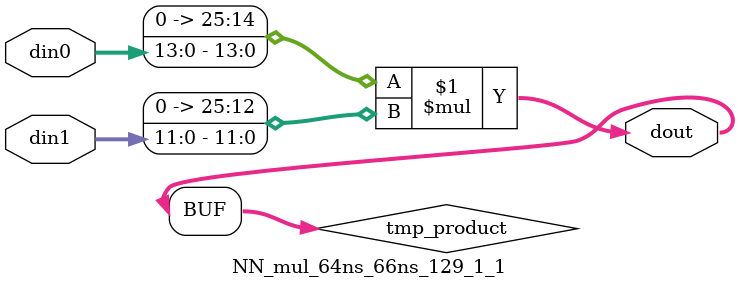
<source format=v>

`timescale 1 ns / 1 ps

 module NN_mul_64ns_66ns_129_1_1(din0, din1, dout);
parameter ID = 1;
parameter NUM_STAGE = 0;
parameter din0_WIDTH = 14;
parameter din1_WIDTH = 12;
parameter dout_WIDTH = 26;

input [din0_WIDTH - 1 : 0] din0; 
input [din1_WIDTH - 1 : 0] din1; 
output [dout_WIDTH - 1 : 0] dout;

wire signed [dout_WIDTH - 1 : 0] tmp_product;
























assign tmp_product = $signed({1'b0, din0}) * $signed({1'b0, din1});











assign dout = tmp_product;





















endmodule

</source>
